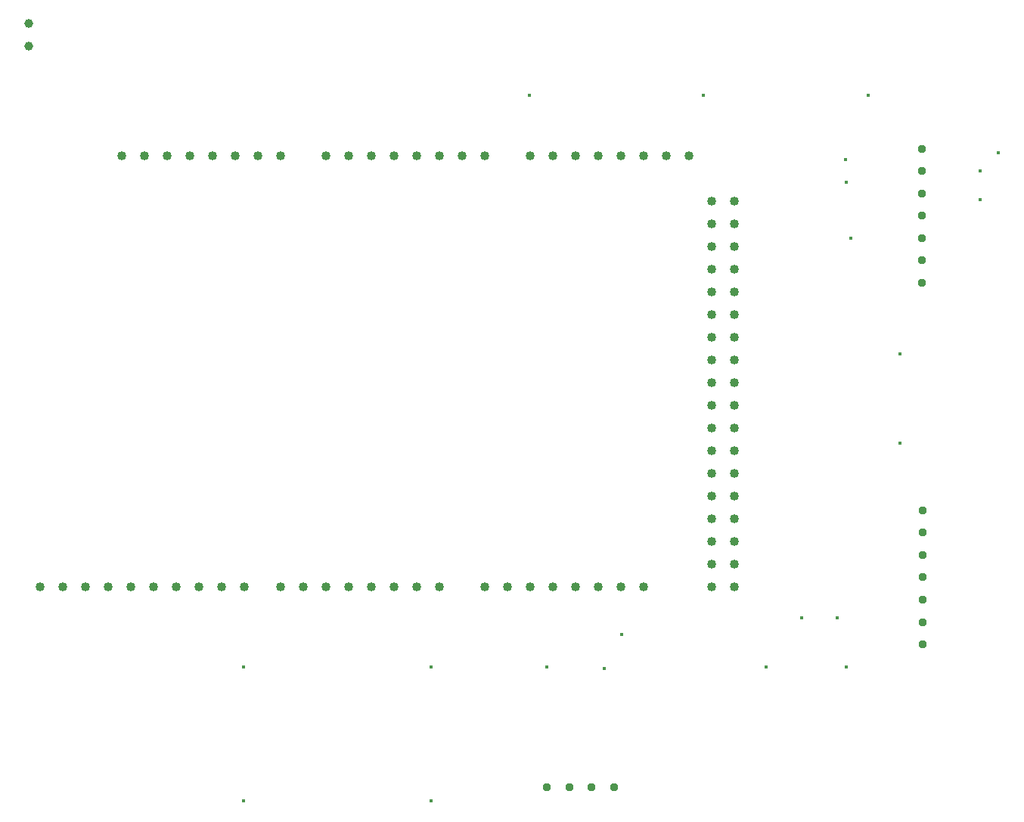
<source format=gbr>
%TF.GenerationSoftware,KiCad,Pcbnew,8.0.1*%
%TF.CreationDate,2024-05-22T11:23:23+02:00*%
%TF.ProjectId,Master,4d617374-6572-42e6-9b69-6361645f7063,rev?*%
%TF.SameCoordinates,Original*%
%TF.FileFunction,Plated,1,2,PTH,Drill*%
%TF.FilePolarity,Positive*%
%FSLAX46Y46*%
G04 Gerber Fmt 4.6, Leading zero omitted, Abs format (unit mm)*
G04 Created by KiCad (PCBNEW 8.0.1) date 2024-05-22 11:23:23*
%MOMM*%
%LPD*%
G01*
G04 APERTURE LIST*
%TA.AperFunction,ViaDrill*%
%ADD10C,0.400000*%
%TD*%
%TA.AperFunction,ComponentDrill*%
%ADD11C,0.950000*%
%TD*%
%TA.AperFunction,ComponentDrill*%
%ADD12C,1.000000*%
%TD*%
%TA.AperFunction,ComponentDrill*%
%ADD13C,1.016000*%
%TD*%
G04 APERTURE END LIST*
D10*
X122500000Y-129500000D03*
X122500000Y-144500000D03*
X143500000Y-129500000D03*
X143500000Y-144500000D03*
X154500000Y-65500000D03*
X156500000Y-129500000D03*
X162877734Y-129665937D03*
X164832110Y-125925165D03*
X174000000Y-65500000D03*
X181000000Y-129500000D03*
X185000000Y-124000000D03*
X189000000Y-124000000D03*
X189954140Y-72685543D03*
X189979257Y-75228163D03*
X190000000Y-129500000D03*
X190500000Y-81500000D03*
X192500000Y-65500000D03*
X196000000Y-94500000D03*
X196000000Y-104500000D03*
X204996592Y-73983633D03*
X205038077Y-77177928D03*
X207000000Y-72000000D03*
D11*
%TO.C,J6*%
X156500000Y-143000000D03*
X159000000Y-143000000D03*
X161500000Y-143000000D03*
X164000000Y-143000000D03*
%TO.C,J1*%
X198500000Y-71500000D03*
X198500000Y-74000000D03*
X198500000Y-76500000D03*
X198500000Y-79000000D03*
X198500000Y-81500000D03*
X198500000Y-84000000D03*
X198500000Y-86500000D03*
%TO.C,J2*%
X198525000Y-112000000D03*
X198525000Y-114500000D03*
X198525000Y-117000000D03*
X198525000Y-119500000D03*
X198525000Y-122000000D03*
X198525000Y-124500000D03*
X198525000Y-127000000D03*
D12*
%TO.C,J3*%
X98500000Y-57500000D03*
X98500000Y-60000000D03*
D13*
%TO.C,A1*%
X99796000Y-120600000D03*
X102336000Y-120600000D03*
X104876000Y-120600000D03*
X107416000Y-120600000D03*
X108940000Y-72340000D03*
X109956000Y-120600000D03*
X111480000Y-72340000D03*
X112496000Y-120600000D03*
X114020000Y-72340000D03*
X115036000Y-120600000D03*
X116560000Y-72340000D03*
X117576000Y-120600000D03*
X119100000Y-72340000D03*
X120116000Y-120600000D03*
X121640000Y-72340000D03*
X122656000Y-120600000D03*
X124180000Y-72340000D03*
X126720000Y-72340000D03*
X126720000Y-120600000D03*
X129260000Y-120600000D03*
X131800000Y-72340000D03*
X131800000Y-120600000D03*
X134340000Y-72340000D03*
X134340000Y-120600000D03*
X136880000Y-72340000D03*
X136880000Y-120600000D03*
X139420000Y-72340000D03*
X139420000Y-120600000D03*
X141960000Y-72340000D03*
X141960000Y-120600000D03*
X144500000Y-72340000D03*
X144500000Y-120600000D03*
X147040000Y-72340000D03*
X149580000Y-72340000D03*
X149580000Y-120600000D03*
X152120000Y-120600000D03*
X154660000Y-72340000D03*
X154660000Y-120600000D03*
X157200000Y-72340000D03*
X157200000Y-120600000D03*
X159740000Y-72340000D03*
X159740000Y-120600000D03*
X162280000Y-72340000D03*
X162280000Y-120600000D03*
X164820000Y-72340000D03*
X164820000Y-120600000D03*
X167360000Y-72340000D03*
X167360000Y-120600000D03*
X169900000Y-72340000D03*
X172440000Y-72340000D03*
X174980000Y-77420000D03*
X174980000Y-79960000D03*
X174980000Y-82500000D03*
X174980000Y-85040000D03*
X174980000Y-87580000D03*
X174980000Y-90120000D03*
X174980000Y-92660000D03*
X174980000Y-95200000D03*
X174980000Y-97740000D03*
X174980000Y-100280000D03*
X174980000Y-102820000D03*
X174980000Y-105360000D03*
X174980000Y-107900000D03*
X174980000Y-110440000D03*
X174980000Y-112980000D03*
X174980000Y-115520000D03*
X174980000Y-118060000D03*
X174980000Y-120600000D03*
X177520000Y-77420000D03*
X177520000Y-79960000D03*
X177520000Y-82500000D03*
X177520000Y-85040000D03*
X177520000Y-87580000D03*
X177520000Y-90120000D03*
X177520000Y-92660000D03*
X177520000Y-95200000D03*
X177520000Y-97740000D03*
X177520000Y-100280000D03*
X177520000Y-102820000D03*
X177520000Y-105360000D03*
X177520000Y-107900000D03*
X177520000Y-110440000D03*
X177520000Y-112980000D03*
X177520000Y-115520000D03*
X177520000Y-118060000D03*
X177520000Y-120600000D03*
M02*

</source>
